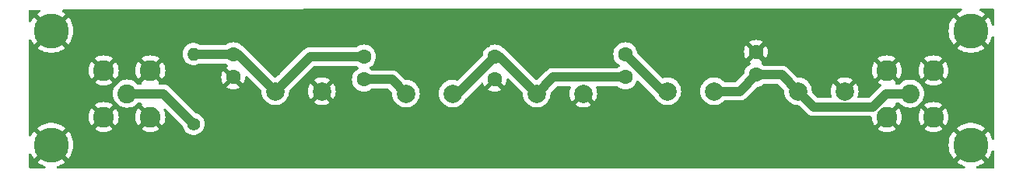
<source format=gbr>
%TF.GenerationSoftware,KiCad,Pcbnew,8.0.1*%
%TF.CreationDate,2024-06-11T21:07:25-04:00*%
%TF.ProjectId,filter,66696c74-6572-42e6-9b69-6361645f7063,rev?*%
%TF.SameCoordinates,Original*%
%TF.FileFunction,Copper,L1,Top*%
%TF.FilePolarity,Positive*%
%FSLAX46Y46*%
G04 Gerber Fmt 4.6, Leading zero omitted, Abs format (unit mm)*
G04 Created by KiCad (PCBNEW 8.0.1) date 2024-06-11 21:07:25*
%MOMM*%
%LPD*%
G01*
G04 APERTURE LIST*
%TA.AperFunction,ComponentPad*%
%ADD10C,3.800000*%
%TD*%
%TA.AperFunction,ComponentPad*%
%ADD11C,1.600000*%
%TD*%
%TA.AperFunction,ComponentPad*%
%ADD12C,1.400000*%
%TD*%
%TA.AperFunction,ComponentPad*%
%ADD13O,1.400000X1.400000*%
%TD*%
%TA.AperFunction,ComponentPad*%
%ADD14C,2.000000*%
%TD*%
%TA.AperFunction,ComponentPad*%
%ADD15C,2.050000*%
%TD*%
%TA.AperFunction,ComponentPad*%
%ADD16C,2.250000*%
%TD*%
%TA.AperFunction,ViaPad*%
%ADD17C,0.600000*%
%TD*%
%TA.AperFunction,Conductor*%
%ADD18C,1.000000*%
%TD*%
G04 APERTURE END LIST*
D10*
%TO.P,REF\u002A\u002A,1*%
%TO.N,GND*%
X187706000Y-104140000D03*
%TD*%
%TO.P,REF\u002A\u002A,1*%
%TO.N,GND*%
X187706000Y-91694000D03*
%TD*%
%TO.P,REF\u002A\u002A,*%
%TO.N,GND*%
X87630000Y-104140000D03*
%TD*%
%TO.P,REF\u002A\u002A,1*%
%TO.N,GND*%
X87630000Y-91694000D03*
%TD*%
D11*
%TO.P,C5,1*%
%TO.N,Net-(J2-In)*%
X164338000Y-96500000D03*
%TO.P,C5,2*%
%TO.N,GND*%
X164338000Y-94000000D03*
%TD*%
D12*
%TO.P,R1,1*%
%TO.N,Net-(J1-In)*%
X103124000Y-101854000D03*
D13*
%TO.P,R1,2*%
%TO.N,Net-(C2-Pad1)*%
X103124000Y-94234000D03*
%TD*%
D14*
%TO.P,L1,1,1*%
%TO.N,Net-(C2-Pad1)*%
X112014000Y-98298000D03*
%TO.P,L1,2,2*%
%TO.N,GND*%
X117094000Y-98298000D03*
%TD*%
%TO.P,L5,1,1*%
%TO.N,Net-(J2-In)*%
X168910000Y-98298000D03*
%TO.P,L5,2,2*%
%TO.N,GND*%
X173990000Y-98298000D03*
%TD*%
D15*
%TO.P,J2,1,In*%
%TO.N,Net-(J2-In)*%
X181102000Y-98552000D03*
D16*
%TO.P,J2,2,Ext*%
%TO.N,GND*%
X178562000Y-96012000D03*
X178562000Y-101092000D03*
X183642000Y-96012000D03*
X183642000Y-101092000D03*
%TD*%
D11*
%TO.P,C2,1*%
%TO.N,Net-(C2-Pad1)*%
X121666000Y-94508000D03*
%TO.P,C2,2*%
%TO.N,Net-(C3-Pad2)*%
X121666000Y-97008000D03*
%TD*%
%TO.P,C1,1*%
%TO.N,Net-(C2-Pad1)*%
X107442000Y-94254000D03*
%TO.P,C1,2*%
%TO.N,GND*%
X107442000Y-96754000D03*
%TD*%
%TO.P,C3,1*%
%TO.N,GND*%
X135890000Y-97008000D03*
%TO.P,C3,2*%
%TO.N,Net-(C1-Pad2)*%
X135890000Y-94508000D03*
%TD*%
D14*
%TO.P,L3,1,1*%
%TO.N,Net-(C5-Pad2)*%
X154686000Y-98298000D03*
%TO.P,L3,2,2*%
%TO.N,Net-(J2-In)*%
X159766000Y-98298000D03*
%TD*%
D15*
%TO.P,J1,1,In*%
%TO.N,Net-(J1-In)*%
X95885000Y-98552000D03*
D16*
%TO.P,J1,2,Ext*%
%TO.N,GND*%
X93345000Y-96012000D03*
X93345000Y-101092000D03*
X98425000Y-96012000D03*
X98425000Y-101092000D03*
%TD*%
D14*
%TO.P,L2,1,1*%
%TO.N,Net-(C3-Pad2)*%
X126238000Y-98552000D03*
%TO.P,L2,2,2*%
%TO.N,Net-(C1-Pad2)*%
X131318000Y-98552000D03*
%TD*%
%TO.P,L4,1,1*%
%TO.N,Net-(C1-Pad2)*%
X140462000Y-98552000D03*
%TO.P,L4,2,2*%
%TO.N,GND*%
X145542000Y-98552000D03*
%TD*%
D11*
%TO.P,C4,1*%
%TO.N,Net-(C1-Pad2)*%
X150114000Y-96754000D03*
%TO.P,C4,2*%
%TO.N,Net-(C5-Pad2)*%
X150114000Y-94254000D03*
%TD*%
D17*
%TO.N,GND*%
X170688000Y-97028000D03*
X153924000Y-100076000D03*
X101854000Y-103124000D03*
X146558000Y-95250000D03*
X131318000Y-96774000D03*
X104394000Y-92710000D03*
X171704000Y-98298000D03*
X162306000Y-96266000D03*
X120142000Y-92964000D03*
X155956000Y-96774000D03*
X132842000Y-95250000D03*
X170688000Y-101600000D03*
X149098000Y-92710000D03*
X133350000Y-99314000D03*
X137668000Y-93218000D03*
X163830000Y-99314000D03*
X142240000Y-98806000D03*
X152400000Y-98806000D03*
X148082000Y-93980000D03*
X118364000Y-96266000D03*
X166624000Y-94996000D03*
X181102000Y-96774000D03*
X141224000Y-95504000D03*
X135128000Y-93218000D03*
X104902000Y-102108000D03*
X136398000Y-92964000D03*
X114300000Y-93218000D03*
X169164000Y-100838000D03*
X177038000Y-97790000D03*
X150876000Y-92710000D03*
X110236000Y-98298000D03*
X115316000Y-92964000D03*
X161290000Y-96774000D03*
X102616000Y-99060000D03*
X143256000Y-95250000D03*
X149860000Y-98552000D03*
X134112000Y-98552000D03*
X114300000Y-98298000D03*
X183134000Y-98806000D03*
X176276000Y-98298000D03*
X139192000Y-94742000D03*
X104394000Y-95758000D03*
X116586000Y-92964000D03*
X103632000Y-100076000D03*
X155956000Y-100076000D03*
X153416000Y-95250000D03*
X137414000Y-97790000D03*
X133604000Y-94488000D03*
X173990000Y-101600000D03*
X154432000Y-96266000D03*
X101600000Y-102108000D03*
X162560000Y-100076000D03*
X169164000Y-96266000D03*
X105410000Y-95758000D03*
X104394000Y-103378000D03*
X123698000Y-98552000D03*
X117856000Y-92964000D03*
X117094000Y-96266000D03*
X145288000Y-95250000D03*
X100584000Y-97028000D03*
X172466000Y-101600000D03*
X138430000Y-93980000D03*
X109474000Y-93472000D03*
X118872000Y-92964000D03*
X132080000Y-96012000D03*
X124968000Y-95504000D03*
X109220000Y-97790000D03*
X115316000Y-97282000D03*
X142748000Y-98298000D03*
X167894000Y-99822000D03*
X165100000Y-98298000D03*
X119634000Y-96266000D03*
X110744000Y-94488000D03*
X138430000Y-98552000D03*
X112268000Y-96266000D03*
X181102000Y-100584000D03*
X116332000Y-96520000D03*
X158242000Y-97028000D03*
X159512000Y-96012000D03*
X151638000Y-98044000D03*
X112776000Y-95250000D03*
X140716000Y-96266000D03*
X159512000Y-100330000D03*
X113538000Y-93980000D03*
X144272000Y-95250000D03*
X111506000Y-95504000D03*
X152400000Y-94234000D03*
X123698000Y-95504000D03*
X104902000Y-101092000D03*
X147828000Y-98552000D03*
X166878000Y-98552000D03*
X148082000Y-95250000D03*
X161036000Y-100330000D03*
X175768000Y-101600000D03*
X139954000Y-95504000D03*
X143764000Y-98298000D03*
X105410000Y-92710000D03*
X148844000Y-98552000D03*
X158242000Y-99314000D03*
X134112000Y-93726000D03*
X142240000Y-95250000D03*
X101600000Y-98044000D03*
X125984000Y-96012000D03*
X167894000Y-94996000D03*
X156718000Y-98298000D03*
X100584000Y-101346000D03*
X103124000Y-103378000D03*
%TD*%
D18*
%TO.N,Net-(C1-Pad2)*%
X135890000Y-94508000D02*
X136418000Y-94508000D01*
X140462000Y-98552000D02*
X142260000Y-96754000D01*
X131318000Y-98552000D02*
X131846000Y-98552000D01*
X142260000Y-96754000D02*
X150114000Y-96754000D01*
X131846000Y-98552000D02*
X135890000Y-94508000D01*
X136418000Y-94508000D02*
X140462000Y-98552000D01*
%TO.N,Net-(C2-Pad1)*%
X112014000Y-98298000D02*
X115804000Y-94508000D01*
X107442000Y-94254000D02*
X103144000Y-94254000D01*
X103144000Y-94254000D02*
X103124000Y-94234000D01*
X107970000Y-94254000D02*
X112014000Y-98298000D01*
X115804000Y-94508000D02*
X121666000Y-94508000D01*
X107442000Y-94254000D02*
X107970000Y-94254000D01*
%TO.N,Net-(C3-Pad2)*%
X121666000Y-97008000D02*
X124694000Y-97008000D01*
X124694000Y-97008000D02*
X126238000Y-98552000D01*
%TO.N,Net-(J2-In)*%
X159766000Y-98298000D02*
X162540000Y-98298000D01*
X177075060Y-99998000D02*
X178521060Y-98552000D01*
X164338000Y-96500000D02*
X167112000Y-96500000D01*
X170610000Y-99998000D02*
X177075060Y-99998000D01*
X167112000Y-96500000D02*
X168910000Y-98298000D01*
X162540000Y-98298000D02*
X164338000Y-96500000D01*
X178521060Y-98552000D02*
X181102000Y-98552000D01*
X168910000Y-98298000D02*
X170610000Y-99998000D01*
%TO.N,Net-(C5-Pad2)*%
X154686000Y-98298000D02*
X154158000Y-98298000D01*
X154158000Y-98298000D02*
X150114000Y-94254000D01*
%TO.N,Net-(J1-In)*%
X95885000Y-98552000D02*
X99822000Y-98552000D01*
X99822000Y-98552000D02*
X103124000Y-101854000D01*
%TD*%
%TA.AperFunction,Conductor*%
%TO.N,GND*%
G36*
X86790967Y-104856602D02*
G01*
X86913398Y-104979033D01*
X87047262Y-105076290D01*
X86116564Y-106006987D01*
X86116565Y-106006989D01*
X86341461Y-106170385D01*
X86341479Y-106170397D01*
X86606109Y-106315878D01*
X86606117Y-106315882D01*
X86886888Y-106427046D01*
X86950564Y-106443396D01*
X87010602Y-106479134D01*
X87041787Y-106541658D01*
X87034219Y-106611116D01*
X86990300Y-106665457D01*
X86923975Y-106687427D01*
X86919726Y-106687500D01*
X85333500Y-106687500D01*
X85266461Y-106667815D01*
X85220706Y-106615011D01*
X85209500Y-106563500D01*
X85209500Y-105187642D01*
X85229185Y-105120603D01*
X85281989Y-105074848D01*
X85351147Y-105064904D01*
X85414703Y-105093929D01*
X85445699Y-105134845D01*
X85522709Y-105298500D01*
X85684516Y-105553469D01*
X85765311Y-105651133D01*
X86693708Y-104722736D01*
X86790967Y-104856602D01*
G37*
%TD.AperFunction*%
%TA.AperFunction,Conductor*%
G36*
X186716961Y-89293185D02*
G01*
X186762716Y-89345989D01*
X186772660Y-89415147D01*
X186743635Y-89478703D01*
X186695569Y-89512792D01*
X186682117Y-89518117D01*
X186682109Y-89518121D01*
X186417476Y-89663604D01*
X186417471Y-89663607D01*
X186192565Y-89827010D01*
X186192564Y-89827011D01*
X187123262Y-90757709D01*
X186989398Y-90854967D01*
X186866967Y-90977398D01*
X186769709Y-91111262D01*
X185841311Y-90182864D01*
X185760520Y-90280525D01*
X185760518Y-90280528D01*
X185598707Y-90535502D01*
X185598704Y-90535508D01*
X185470127Y-90808747D01*
X185470125Y-90808752D01*
X185376805Y-91095959D01*
X185320216Y-91392609D01*
X185320215Y-91392616D01*
X185301255Y-91693994D01*
X185301255Y-91694005D01*
X185320215Y-91995383D01*
X185320216Y-91995390D01*
X185376805Y-92292040D01*
X185470125Y-92579247D01*
X185470127Y-92579252D01*
X185598704Y-92852491D01*
X185598707Y-92852497D01*
X185760516Y-93107469D01*
X185841311Y-93205133D01*
X186769708Y-92276736D01*
X186866967Y-92410602D01*
X186989398Y-92533033D01*
X187123262Y-92630290D01*
X186192564Y-93560987D01*
X186192565Y-93560989D01*
X186417461Y-93724385D01*
X186417479Y-93724397D01*
X186682109Y-93869878D01*
X186682117Y-93869882D01*
X186962889Y-93981047D01*
X186962892Y-93981048D01*
X187255399Y-94056150D01*
X187554995Y-94093999D01*
X187555007Y-94094000D01*
X187856993Y-94094000D01*
X187857004Y-94093999D01*
X188156600Y-94056150D01*
X188449107Y-93981048D01*
X188449110Y-93981047D01*
X188729882Y-93869882D01*
X188729890Y-93869878D01*
X188994520Y-93724397D01*
X188994530Y-93724390D01*
X189219433Y-93560987D01*
X189219434Y-93560987D01*
X188288737Y-92630290D01*
X188422602Y-92533033D01*
X188545033Y-92410602D01*
X188642290Y-92276737D01*
X189570687Y-93205134D01*
X189651486Y-93107464D01*
X189813292Y-92852497D01*
X189813295Y-92852491D01*
X189941872Y-92579252D01*
X189941874Y-92579247D01*
X190011569Y-92364751D01*
X190051007Y-92307075D01*
X190115365Y-92279877D01*
X190184212Y-92291792D01*
X190235687Y-92339036D01*
X190253500Y-92403069D01*
X190253500Y-103430930D01*
X190233815Y-103497969D01*
X190181011Y-103543724D01*
X190111853Y-103553668D01*
X190048297Y-103524643D01*
X190011569Y-103469248D01*
X189941874Y-103254752D01*
X189941872Y-103254747D01*
X189813295Y-102981508D01*
X189813292Y-102981502D01*
X189651483Y-102726530D01*
X189570686Y-102628864D01*
X188642289Y-103557261D01*
X188545033Y-103423398D01*
X188422602Y-103300967D01*
X188288736Y-103203709D01*
X189219434Y-102273011D01*
X189219433Y-102273009D01*
X188994538Y-102109614D01*
X188994520Y-102109602D01*
X188729890Y-101964121D01*
X188729882Y-101964117D01*
X188449110Y-101852952D01*
X188449107Y-101852951D01*
X188156600Y-101777849D01*
X187857004Y-101740000D01*
X187554995Y-101740000D01*
X187255399Y-101777849D01*
X186962892Y-101852951D01*
X186962889Y-101852952D01*
X186682117Y-101964117D01*
X186682109Y-101964121D01*
X186417476Y-102109604D01*
X186417471Y-102109607D01*
X186192565Y-102273010D01*
X186192564Y-102273011D01*
X187123262Y-103203709D01*
X186989398Y-103300967D01*
X186866967Y-103423398D01*
X186769709Y-103557262D01*
X185841311Y-102628864D01*
X185760520Y-102726525D01*
X185760518Y-102726528D01*
X185598707Y-102981502D01*
X185598704Y-102981508D01*
X185470127Y-103254747D01*
X185470125Y-103254752D01*
X185376805Y-103541959D01*
X185320216Y-103838609D01*
X185320215Y-103838616D01*
X185301255Y-104139994D01*
X185301255Y-104140005D01*
X185320215Y-104441383D01*
X185320216Y-104441390D01*
X185376805Y-104738040D01*
X185470125Y-105025247D01*
X185470127Y-105025252D01*
X185598704Y-105298491D01*
X185598707Y-105298497D01*
X185760516Y-105553469D01*
X185841311Y-105651133D01*
X186769708Y-104722736D01*
X186866967Y-104856602D01*
X186989398Y-104979033D01*
X187123262Y-105076290D01*
X186192564Y-106006987D01*
X186192565Y-106006989D01*
X186417461Y-106170385D01*
X186417479Y-106170397D01*
X186682109Y-106315878D01*
X186682117Y-106315882D01*
X186962888Y-106427046D01*
X187026564Y-106443396D01*
X187086602Y-106479134D01*
X187117787Y-106541658D01*
X187110219Y-106611116D01*
X187066300Y-106665457D01*
X186999975Y-106687427D01*
X186995726Y-106687500D01*
X88340274Y-106687500D01*
X88273235Y-106667815D01*
X88227480Y-106615011D01*
X88217536Y-106545853D01*
X88246561Y-106482297D01*
X88305339Y-106444523D01*
X88309436Y-106443396D01*
X88373111Y-106427046D01*
X88653882Y-106315882D01*
X88653890Y-106315878D01*
X88918520Y-106170397D01*
X88918530Y-106170390D01*
X89143433Y-106006987D01*
X89143434Y-106006987D01*
X88212737Y-105076290D01*
X88346602Y-104979033D01*
X88469033Y-104856602D01*
X88566290Y-104722737D01*
X89494687Y-105651134D01*
X89575486Y-105553464D01*
X89737292Y-105298497D01*
X89737295Y-105298491D01*
X89865872Y-105025252D01*
X89865874Y-105025247D01*
X89959194Y-104738040D01*
X90015783Y-104441390D01*
X90015784Y-104441383D01*
X90034745Y-104140005D01*
X90034745Y-104139994D01*
X90015784Y-103838616D01*
X90015783Y-103838609D01*
X89959194Y-103541959D01*
X89865874Y-103254752D01*
X89865872Y-103254747D01*
X89737295Y-102981508D01*
X89737292Y-102981502D01*
X89575483Y-102726530D01*
X89494686Y-102628864D01*
X88566289Y-103557261D01*
X88469033Y-103423398D01*
X88346602Y-103300967D01*
X88212736Y-103203709D01*
X89143434Y-102273011D01*
X89143433Y-102273009D01*
X88918538Y-102109614D01*
X88918520Y-102109602D01*
X88653890Y-101964121D01*
X88653882Y-101964117D01*
X88373110Y-101852952D01*
X88373107Y-101852951D01*
X88080600Y-101777849D01*
X87781004Y-101740000D01*
X87478995Y-101740000D01*
X87179399Y-101777849D01*
X86886892Y-101852951D01*
X86886889Y-101852952D01*
X86606117Y-101964117D01*
X86606109Y-101964121D01*
X86341476Y-102109604D01*
X86341471Y-102109607D01*
X86116565Y-102273010D01*
X86116564Y-102273011D01*
X87047262Y-103203709D01*
X86913398Y-103300967D01*
X86790967Y-103423398D01*
X86693709Y-103557262D01*
X85765311Y-102628864D01*
X85684520Y-102726525D01*
X85684518Y-102726528D01*
X85522707Y-102981502D01*
X85522704Y-102981508D01*
X85445698Y-103145154D01*
X85399343Y-103197432D01*
X85332083Y-103216349D01*
X85265273Y-103195900D01*
X85220124Y-103142576D01*
X85209500Y-103092357D01*
X85209500Y-101092000D01*
X91714975Y-101092000D01*
X91735042Y-101346989D01*
X91794752Y-101595702D01*
X91892634Y-101832012D01*
X91892636Y-101832015D01*
X92026277Y-102050098D01*
X92026284Y-102050107D01*
X92029533Y-102053912D01*
X92590884Y-101492560D01*
X92591740Y-101494626D01*
X92684762Y-101633844D01*
X92803156Y-101752238D01*
X92942374Y-101845260D01*
X92944437Y-101846114D01*
X92383087Y-102407465D01*
X92386897Y-102410719D01*
X92604984Y-102544363D01*
X92604987Y-102544365D01*
X92841297Y-102642247D01*
X93090011Y-102701957D01*
X93090010Y-102701957D01*
X93345000Y-102722024D01*
X93599989Y-102701957D01*
X93848702Y-102642247D01*
X94085012Y-102544365D01*
X94085015Y-102544363D01*
X94303095Y-102410724D01*
X94303110Y-102410713D01*
X94306911Y-102407466D01*
X94306911Y-102407464D01*
X93745562Y-101846114D01*
X93747626Y-101845260D01*
X93886844Y-101752238D01*
X94005238Y-101633844D01*
X94098260Y-101494626D01*
X94099114Y-101492561D01*
X94660464Y-102053911D01*
X94660466Y-102053911D01*
X94663713Y-102050110D01*
X94663724Y-102050095D01*
X94797363Y-101832015D01*
X94797365Y-101832012D01*
X94895247Y-101595702D01*
X94954957Y-101346989D01*
X94975024Y-101092000D01*
X94954957Y-100837010D01*
X94895247Y-100588297D01*
X94797365Y-100351987D01*
X94797363Y-100351984D01*
X94663719Y-100133897D01*
X94660465Y-100130087D01*
X94099114Y-100691437D01*
X94098260Y-100689374D01*
X94005238Y-100550156D01*
X93886844Y-100431762D01*
X93747626Y-100338740D01*
X93745561Y-100337884D01*
X94306912Y-99776533D01*
X94303107Y-99773284D01*
X94303098Y-99773277D01*
X94085015Y-99639636D01*
X94085012Y-99639634D01*
X93848702Y-99541752D01*
X93599988Y-99482042D01*
X93599989Y-99482042D01*
X93345000Y-99461975D01*
X93090010Y-99482042D01*
X92841297Y-99541752D01*
X92604987Y-99639634D01*
X92604984Y-99639636D01*
X92386893Y-99773282D01*
X92383086Y-99776532D01*
X92944438Y-100337884D01*
X92942374Y-100338740D01*
X92803156Y-100431762D01*
X92684762Y-100550156D01*
X92591740Y-100689374D01*
X92590884Y-100691438D01*
X92029532Y-100130086D01*
X92026282Y-100133893D01*
X91892636Y-100351984D01*
X91892634Y-100351987D01*
X91794752Y-100588297D01*
X91735042Y-100837010D01*
X91714975Y-101092000D01*
X85209500Y-101092000D01*
X85209500Y-98552000D01*
X94354783Y-98552000D01*
X94373623Y-98791382D01*
X94429674Y-99024853D01*
X94429678Y-99024865D01*
X94521565Y-99246702D01*
X94647026Y-99451436D01*
X94647028Y-99451439D01*
X94802973Y-99634027D01*
X94985561Y-99789972D01*
X95021599Y-99812056D01*
X95190297Y-99915434D01*
X95227467Y-99930830D01*
X95412137Y-100007323D01*
X95645621Y-100063377D01*
X95885000Y-100082217D01*
X96124379Y-100063377D01*
X96357863Y-100007323D01*
X96579704Y-99915433D01*
X96784439Y-99789972D01*
X96967027Y-99634027D01*
X96999533Y-99595967D01*
X97058039Y-99557775D01*
X97093822Y-99552500D01*
X97389282Y-99552500D01*
X97456321Y-99572185D01*
X97502076Y-99624989D01*
X97512020Y-99694147D01*
X97482995Y-99757703D01*
X97469794Y-99770807D01*
X97463086Y-99776532D01*
X98024438Y-100337884D01*
X98022374Y-100338740D01*
X97883156Y-100431762D01*
X97764762Y-100550156D01*
X97671740Y-100689374D01*
X97670884Y-100691438D01*
X97109532Y-100130086D01*
X97106282Y-100133893D01*
X96972636Y-100351984D01*
X96972634Y-100351987D01*
X96874752Y-100588297D01*
X96815042Y-100837010D01*
X96794975Y-101092000D01*
X96815042Y-101346989D01*
X96874752Y-101595702D01*
X96972634Y-101832012D01*
X96972636Y-101832015D01*
X97106277Y-102050098D01*
X97106284Y-102050107D01*
X97109533Y-102053912D01*
X97670884Y-101492560D01*
X97671740Y-101494626D01*
X97764762Y-101633844D01*
X97883156Y-101752238D01*
X98022374Y-101845260D01*
X98024437Y-101846114D01*
X97463087Y-102407465D01*
X97466897Y-102410719D01*
X97684984Y-102544363D01*
X97684987Y-102544365D01*
X97921297Y-102642247D01*
X98170011Y-102701957D01*
X98170010Y-102701957D01*
X98425000Y-102722024D01*
X98679989Y-102701957D01*
X98928702Y-102642247D01*
X99165012Y-102544365D01*
X99165015Y-102544363D01*
X99383095Y-102410724D01*
X99383110Y-102410713D01*
X99386911Y-102407466D01*
X99386911Y-102407464D01*
X98825562Y-101846114D01*
X98827626Y-101845260D01*
X98966844Y-101752238D01*
X99085238Y-101633844D01*
X99178260Y-101494626D01*
X99179114Y-101492561D01*
X99740464Y-102053911D01*
X99740466Y-102053911D01*
X99743713Y-102050110D01*
X99743724Y-102050095D01*
X99877363Y-101832015D01*
X99877365Y-101832012D01*
X99975247Y-101595702D01*
X100034957Y-101346989D01*
X100055024Y-101092000D01*
X100034957Y-100837010D01*
X99975247Y-100588299D01*
X99882790Y-100365086D01*
X99875321Y-100295616D01*
X99906596Y-100233137D01*
X99966685Y-100197485D01*
X100036510Y-100199979D01*
X100085032Y-100229952D01*
X101919401Y-102064321D01*
X101950986Y-102118067D01*
X101999770Y-102289525D01*
X101999775Y-102289538D01*
X102098938Y-102488683D01*
X102098943Y-102488691D01*
X102233020Y-102666238D01*
X102397437Y-102816123D01*
X102397439Y-102816125D01*
X102586595Y-102933245D01*
X102586596Y-102933245D01*
X102586599Y-102933247D01*
X102794060Y-103013618D01*
X103012757Y-103054500D01*
X103012759Y-103054500D01*
X103235241Y-103054500D01*
X103235243Y-103054500D01*
X103453940Y-103013618D01*
X103661401Y-102933247D01*
X103850562Y-102816124D01*
X104014981Y-102666236D01*
X104149058Y-102488689D01*
X104248229Y-102289528D01*
X104309115Y-102075536D01*
X104329643Y-101854000D01*
X104309115Y-101632464D01*
X104248229Y-101418472D01*
X104248224Y-101418461D01*
X104149061Y-101219316D01*
X104149056Y-101219308D01*
X104014979Y-101041761D01*
X103850562Y-100891876D01*
X103850560Y-100891874D01*
X103661404Y-100774754D01*
X103661398Y-100774751D01*
X103519536Y-100719794D01*
X103453940Y-100694382D01*
X103453936Y-100694381D01*
X103453931Y-100694380D01*
X103399883Y-100684276D01*
X103337603Y-100652608D01*
X103334989Y-100650069D01*
X100603479Y-97918559D01*
X100603459Y-97918537D01*
X100459785Y-97774863D01*
X100459781Y-97774860D01*
X100295920Y-97665371D01*
X100295911Y-97665366D01*
X100211900Y-97630568D01*
X100167165Y-97612038D01*
X100113836Y-97589949D01*
X100113832Y-97589948D01*
X100113828Y-97589946D01*
X100017188Y-97570724D01*
X99920544Y-97551500D01*
X99920541Y-97551500D01*
X99460720Y-97551500D01*
X99393681Y-97531815D01*
X99347926Y-97479011D01*
X99337982Y-97409853D01*
X99367007Y-97346297D01*
X99380180Y-97333217D01*
X99386911Y-97327466D01*
X99386911Y-97327464D01*
X98825562Y-96766114D01*
X98827626Y-96765260D01*
X98966844Y-96672238D01*
X99085238Y-96553844D01*
X99178260Y-96414626D01*
X99179114Y-96412561D01*
X99740464Y-96973911D01*
X99740466Y-96973911D01*
X99743713Y-96970110D01*
X99743724Y-96970095D01*
X99877363Y-96752015D01*
X99877365Y-96752012D01*
X99975247Y-96515702D01*
X100034957Y-96266989D01*
X100055024Y-96012000D01*
X100034957Y-95757010D01*
X99975247Y-95508297D01*
X99877365Y-95271987D01*
X99877363Y-95271984D01*
X99743719Y-95053897D01*
X99740465Y-95050087D01*
X99179114Y-95611437D01*
X99178260Y-95609374D01*
X99085238Y-95470156D01*
X98966844Y-95351762D01*
X98827626Y-95258740D01*
X98825561Y-95257884D01*
X99386912Y-94696533D01*
X99383107Y-94693284D01*
X99383098Y-94693277D01*
X99165015Y-94559636D01*
X99165012Y-94559634D01*
X98928702Y-94461752D01*
X98679988Y-94402042D01*
X98679989Y-94402042D01*
X98425000Y-94381975D01*
X98170010Y-94402042D01*
X97921297Y-94461752D01*
X97684987Y-94559634D01*
X97684984Y-94559636D01*
X97466893Y-94693282D01*
X97463086Y-94696532D01*
X98024438Y-95257884D01*
X98022374Y-95258740D01*
X97883156Y-95351762D01*
X97764762Y-95470156D01*
X97671740Y-95609374D01*
X97670884Y-95611438D01*
X97109532Y-95050086D01*
X97106282Y-95053893D01*
X96972636Y-95271984D01*
X96972634Y-95271987D01*
X96874752Y-95508297D01*
X96815042Y-95757010D01*
X96794975Y-96012000D01*
X96815042Y-96266989D01*
X96874752Y-96515702D01*
X96972634Y-96752012D01*
X96972636Y-96752015D01*
X97106277Y-96970098D01*
X97106284Y-96970107D01*
X97109533Y-96973912D01*
X97670884Y-96412560D01*
X97671740Y-96414626D01*
X97764762Y-96553844D01*
X97883156Y-96672238D01*
X98022374Y-96765260D01*
X98024437Y-96766114D01*
X97463087Y-97327465D01*
X97463086Y-97327465D01*
X97469808Y-97333205D01*
X97508005Y-97391710D01*
X97508507Y-97461578D01*
X97471157Y-97520626D01*
X97407812Y-97550108D01*
X97389282Y-97551500D01*
X97093822Y-97551500D01*
X97026783Y-97531815D01*
X96999534Y-97508034D01*
X96967027Y-97469973D01*
X96784439Y-97314028D01*
X96747716Y-97291524D01*
X96579702Y-97188565D01*
X96357865Y-97096678D01*
X96357867Y-97096678D01*
X96357863Y-97096677D01*
X96357859Y-97096676D01*
X96357853Y-97096674D01*
X96124382Y-97040623D01*
X95885000Y-97021783D01*
X95645617Y-97040623D01*
X95412146Y-97096674D01*
X95412134Y-97096678D01*
X95190297Y-97188565D01*
X94985563Y-97314026D01*
X94802973Y-97469973D01*
X94647026Y-97652563D01*
X94521565Y-97857297D01*
X94429678Y-98079134D01*
X94429674Y-98079146D01*
X94373623Y-98312617D01*
X94354783Y-98552000D01*
X85209500Y-98552000D01*
X85209500Y-96012000D01*
X91714975Y-96012000D01*
X91735042Y-96266989D01*
X91794752Y-96515702D01*
X91892634Y-96752012D01*
X91892636Y-96752015D01*
X92026277Y-96970098D01*
X92026284Y-96970107D01*
X92029533Y-96973912D01*
X92590884Y-96412560D01*
X92591740Y-96414626D01*
X92684762Y-96553844D01*
X92803156Y-96672238D01*
X92942374Y-96765260D01*
X92944437Y-96766114D01*
X92383087Y-97327465D01*
X92386897Y-97330719D01*
X92604984Y-97464363D01*
X92604987Y-97464365D01*
X92841297Y-97562247D01*
X93090011Y-97621957D01*
X93090010Y-97621957D01*
X93345000Y-97642024D01*
X93599989Y-97621957D01*
X93848702Y-97562247D01*
X94085012Y-97464365D01*
X94085015Y-97464363D01*
X94303095Y-97330724D01*
X94303110Y-97330713D01*
X94306911Y-97327466D01*
X94306911Y-97327464D01*
X93745562Y-96766114D01*
X93747626Y-96765260D01*
X93886844Y-96672238D01*
X94005238Y-96553844D01*
X94098260Y-96414626D01*
X94099114Y-96412561D01*
X94660464Y-96973911D01*
X94660466Y-96973911D01*
X94663713Y-96970110D01*
X94663724Y-96970095D01*
X94797363Y-96752015D01*
X94797365Y-96752012D01*
X94895247Y-96515702D01*
X94954957Y-96266989D01*
X94975024Y-96012000D01*
X94954957Y-95757010D01*
X94895247Y-95508297D01*
X94797365Y-95271987D01*
X94797363Y-95271984D01*
X94663719Y-95053897D01*
X94660465Y-95050087D01*
X94099114Y-95611437D01*
X94098260Y-95609374D01*
X94005238Y-95470156D01*
X93886844Y-95351762D01*
X93747626Y-95258740D01*
X93745561Y-95257884D01*
X94306912Y-94696533D01*
X94303107Y-94693284D01*
X94303098Y-94693277D01*
X94085015Y-94559636D01*
X94085012Y-94559634D01*
X93848702Y-94461752D01*
X93599988Y-94402042D01*
X93599989Y-94402042D01*
X93345000Y-94381975D01*
X93090010Y-94402042D01*
X92841297Y-94461752D01*
X92604987Y-94559634D01*
X92604984Y-94559636D01*
X92386893Y-94693282D01*
X92383086Y-94696532D01*
X92944438Y-95257884D01*
X92942374Y-95258740D01*
X92803156Y-95351762D01*
X92684762Y-95470156D01*
X92591740Y-95609374D01*
X92590884Y-95611438D01*
X92029532Y-95050086D01*
X92026282Y-95053893D01*
X91892636Y-95271984D01*
X91892634Y-95271987D01*
X91794752Y-95508297D01*
X91735042Y-95757010D01*
X91714975Y-96012000D01*
X85209500Y-96012000D01*
X85209500Y-94234000D01*
X101918357Y-94234000D01*
X101938884Y-94455535D01*
X101938885Y-94455537D01*
X101999769Y-94669523D01*
X101999775Y-94669538D01*
X102098938Y-94868683D01*
X102098943Y-94868691D01*
X102233020Y-95046238D01*
X102397437Y-95196123D01*
X102397439Y-95196125D01*
X102586595Y-95313245D01*
X102586596Y-95313245D01*
X102586599Y-95313247D01*
X102794060Y-95393618D01*
X103012757Y-95434500D01*
X103012759Y-95434500D01*
X103235241Y-95434500D01*
X103235243Y-95434500D01*
X103453940Y-95393618D01*
X103661401Y-95313247D01*
X103681005Y-95301108D01*
X103726285Y-95273073D01*
X103791562Y-95254500D01*
X106564412Y-95254500D01*
X106631451Y-95274185D01*
X106635523Y-95276917D01*
X106789266Y-95384568D01*
X106804975Y-95391893D01*
X106857414Y-95438064D01*
X106876567Y-95505257D01*
X106856352Y-95572138D01*
X106804979Y-95616656D01*
X106789514Y-95623867D01*
X106789512Y-95623868D01*
X106716526Y-95674973D01*
X106716526Y-95674974D01*
X107395553Y-96354000D01*
X107389339Y-96354000D01*
X107287606Y-96381259D01*
X107196394Y-96433920D01*
X107121920Y-96508394D01*
X107069259Y-96599606D01*
X107042000Y-96701339D01*
X107042000Y-96707552D01*
X106362974Y-96028526D01*
X106362973Y-96028526D01*
X106311868Y-96101512D01*
X106311866Y-96101516D01*
X106215734Y-96307673D01*
X106215730Y-96307682D01*
X106156860Y-96527389D01*
X106156858Y-96527400D01*
X106137034Y-96753997D01*
X106137034Y-96754002D01*
X106156858Y-96980599D01*
X106156860Y-96980610D01*
X106215730Y-97200317D01*
X106215735Y-97200331D01*
X106311863Y-97406478D01*
X106362974Y-97479472D01*
X107042000Y-96800446D01*
X107042000Y-96806661D01*
X107069259Y-96908394D01*
X107121920Y-96999606D01*
X107196394Y-97074080D01*
X107287606Y-97126741D01*
X107389339Y-97154000D01*
X107395553Y-97154000D01*
X106716526Y-97833025D01*
X106789513Y-97884132D01*
X106789521Y-97884136D01*
X106995668Y-97980264D01*
X106995682Y-97980269D01*
X107215389Y-98039139D01*
X107215400Y-98039141D01*
X107441998Y-98058966D01*
X107442002Y-98058966D01*
X107668599Y-98039141D01*
X107668610Y-98039139D01*
X107888317Y-97980269D01*
X107888331Y-97980264D01*
X108094478Y-97884136D01*
X108167471Y-97833024D01*
X107488447Y-97154000D01*
X107494661Y-97154000D01*
X107596394Y-97126741D01*
X107687606Y-97074080D01*
X107762080Y-96999606D01*
X107814741Y-96908394D01*
X107842000Y-96806661D01*
X107842000Y-96800447D01*
X108521024Y-97479471D01*
X108572136Y-97406478D01*
X108668264Y-97200331D01*
X108668269Y-97200317D01*
X108727139Y-96980610D01*
X108727141Y-96980599D01*
X108746966Y-96754002D01*
X108746966Y-96748586D01*
X108748560Y-96748586D01*
X108760870Y-96687261D01*
X108809473Y-96637066D01*
X108877498Y-96621117D01*
X108943347Y-96644476D01*
X108958326Y-96657246D01*
X110474657Y-98173577D01*
X110508142Y-98234900D01*
X110510553Y-98271495D01*
X110508358Y-98297995D01*
X110508357Y-98298002D01*
X110508357Y-98298005D01*
X110528890Y-98545812D01*
X110528892Y-98545824D01*
X110589936Y-98786881D01*
X110689826Y-99014606D01*
X110825833Y-99222782D01*
X110825836Y-99222785D01*
X110994256Y-99405738D01*
X111190491Y-99558474D01*
X111190493Y-99558475D01*
X111408332Y-99676364D01*
X111409190Y-99676828D01*
X111628141Y-99751994D01*
X111642964Y-99757083D01*
X111644386Y-99757571D01*
X111889665Y-99798500D01*
X112138335Y-99798500D01*
X112383614Y-99757571D01*
X112618810Y-99676828D01*
X112837509Y-99558474D01*
X113033744Y-99405738D01*
X113202164Y-99222785D01*
X113338173Y-99014607D01*
X113438063Y-98786881D01*
X113499108Y-98545821D01*
X113500792Y-98525498D01*
X113519643Y-98298005D01*
X115588859Y-98298005D01*
X115609385Y-98545729D01*
X115609387Y-98545738D01*
X115670412Y-98786717D01*
X115770266Y-99014364D01*
X115870564Y-99167882D01*
X116611037Y-98427409D01*
X116628075Y-98490993D01*
X116693901Y-98605007D01*
X116786993Y-98698099D01*
X116901007Y-98763925D01*
X116964590Y-98780962D01*
X116223942Y-99521609D01*
X116270768Y-99558055D01*
X116270770Y-99558056D01*
X116489385Y-99676364D01*
X116489396Y-99676369D01*
X116724506Y-99757083D01*
X116969707Y-99798000D01*
X117218293Y-99798000D01*
X117463493Y-99757083D01*
X117698603Y-99676369D01*
X117698614Y-99676364D01*
X117917228Y-99558057D01*
X117917231Y-99558055D01*
X117964056Y-99521609D01*
X117223409Y-98780962D01*
X117286993Y-98763925D01*
X117401007Y-98698099D01*
X117494099Y-98605007D01*
X117559925Y-98490993D01*
X117576962Y-98427410D01*
X118317434Y-99167882D01*
X118417731Y-99014369D01*
X118517587Y-98786717D01*
X118578612Y-98545738D01*
X118578614Y-98545729D01*
X118599141Y-98298005D01*
X118599141Y-98297994D01*
X118578614Y-98050270D01*
X118578612Y-98050261D01*
X118517587Y-97809282D01*
X118417731Y-97581630D01*
X118317434Y-97428116D01*
X117576962Y-98168589D01*
X117559925Y-98105007D01*
X117494099Y-97990993D01*
X117401007Y-97897901D01*
X117286993Y-97832075D01*
X117223410Y-97815037D01*
X117964057Y-97074390D01*
X117964056Y-97074389D01*
X117917229Y-97037943D01*
X117698614Y-96919635D01*
X117698603Y-96919630D01*
X117463493Y-96838916D01*
X117218293Y-96798000D01*
X116969707Y-96798000D01*
X116724506Y-96838916D01*
X116489396Y-96919630D01*
X116489390Y-96919632D01*
X116270761Y-97037949D01*
X116223942Y-97074388D01*
X116223942Y-97074390D01*
X116964590Y-97815037D01*
X116901007Y-97832075D01*
X116786993Y-97897901D01*
X116693901Y-97990993D01*
X116628075Y-98105007D01*
X116611037Y-98168589D01*
X115870564Y-97428116D01*
X115770267Y-97581632D01*
X115670412Y-97809282D01*
X115609387Y-98050261D01*
X115609385Y-98050270D01*
X115588859Y-98297994D01*
X115588859Y-98298005D01*
X113519643Y-98298005D01*
X113519643Y-98298004D01*
X113519643Y-98297995D01*
X113517447Y-98271498D01*
X113531527Y-98203062D01*
X113553339Y-98173579D01*
X116182102Y-95544819D01*
X116243425Y-95511334D01*
X116269783Y-95508500D01*
X120788412Y-95508500D01*
X120855451Y-95528185D01*
X120859523Y-95530917D01*
X121013266Y-95638568D01*
X121028387Y-95645619D01*
X121080825Y-95691791D01*
X121099976Y-95758985D01*
X121079760Y-95825866D01*
X121028387Y-95870380D01*
X121013266Y-95877432D01*
X121013264Y-95877433D01*
X120826858Y-96007954D01*
X120665954Y-96168858D01*
X120535432Y-96355265D01*
X120535431Y-96355267D01*
X120439261Y-96561502D01*
X120439258Y-96561511D01*
X120380366Y-96781302D01*
X120380364Y-96781313D01*
X120360532Y-97007998D01*
X120360532Y-97008001D01*
X120380364Y-97234686D01*
X120380366Y-97234697D01*
X120439258Y-97454488D01*
X120439261Y-97454497D01*
X120535431Y-97660732D01*
X120535432Y-97660734D01*
X120665954Y-97847141D01*
X120826858Y-98008045D01*
X120826861Y-98008047D01*
X121013266Y-98138568D01*
X121219504Y-98234739D01*
X121219509Y-98234740D01*
X121219511Y-98234741D01*
X121257773Y-98244993D01*
X121439308Y-98293635D01*
X121601230Y-98307801D01*
X121665998Y-98313468D01*
X121666000Y-98313468D01*
X121666002Y-98313468D01*
X121722673Y-98308509D01*
X121892692Y-98293635D01*
X122112496Y-98234739D01*
X122318734Y-98138568D01*
X122472465Y-98030924D01*
X122538671Y-98008598D01*
X122543588Y-98008500D01*
X124228218Y-98008500D01*
X124295257Y-98028185D01*
X124315899Y-98044819D01*
X124698657Y-98427577D01*
X124732142Y-98488900D01*
X124734553Y-98525495D01*
X124732358Y-98551995D01*
X124732357Y-98552002D01*
X124732357Y-98552005D01*
X124752890Y-98799812D01*
X124752892Y-98799824D01*
X124813936Y-99040881D01*
X124913826Y-99268606D01*
X125049833Y-99476782D01*
X125049836Y-99476785D01*
X125218256Y-99659738D01*
X125414491Y-99812474D01*
X125414493Y-99812475D01*
X125632332Y-99930364D01*
X125633190Y-99930828D01*
X125852141Y-100005994D01*
X125866964Y-100011083D01*
X125868386Y-100011571D01*
X126113665Y-100052500D01*
X126362335Y-100052500D01*
X126607614Y-100011571D01*
X126842810Y-99930828D01*
X127061509Y-99812474D01*
X127257744Y-99659738D01*
X127426164Y-99476785D01*
X127562173Y-99268607D01*
X127662063Y-99040881D01*
X127723108Y-98799821D01*
X127723259Y-98798000D01*
X127743643Y-98552005D01*
X129812357Y-98552005D01*
X129832890Y-98799812D01*
X129832892Y-98799824D01*
X129893936Y-99040881D01*
X129993826Y-99268606D01*
X130129833Y-99476782D01*
X130129836Y-99476785D01*
X130298256Y-99659738D01*
X130494491Y-99812474D01*
X130494493Y-99812475D01*
X130712332Y-99930364D01*
X130713190Y-99930828D01*
X130932141Y-100005994D01*
X130946964Y-100011083D01*
X130948386Y-100011571D01*
X131193665Y-100052500D01*
X131442335Y-100052500D01*
X131687614Y-100011571D01*
X131922810Y-99930828D01*
X132141509Y-99812474D01*
X132337744Y-99659738D01*
X132506164Y-99476785D01*
X132642173Y-99268607D01*
X132642278Y-99268369D01*
X132679009Y-99184628D01*
X132709266Y-99115648D01*
X132735137Y-99077781D01*
X134447383Y-97365536D01*
X134508703Y-97332053D01*
X134578395Y-97337037D01*
X134634328Y-97378909D01*
X134654835Y-97421123D01*
X134663729Y-97454313D01*
X134663735Y-97454331D01*
X134759863Y-97660478D01*
X134810974Y-97733472D01*
X135490000Y-97054446D01*
X135490000Y-97060661D01*
X135517259Y-97162394D01*
X135569920Y-97253606D01*
X135644394Y-97328080D01*
X135735606Y-97380741D01*
X135837339Y-97408000D01*
X135843553Y-97408000D01*
X135164526Y-98087025D01*
X135237513Y-98138132D01*
X135237521Y-98138136D01*
X135443668Y-98234264D01*
X135443682Y-98234269D01*
X135663389Y-98293139D01*
X135663400Y-98293141D01*
X135889998Y-98312966D01*
X135890002Y-98312966D01*
X136116599Y-98293141D01*
X136116610Y-98293139D01*
X136336317Y-98234269D01*
X136336331Y-98234264D01*
X136542478Y-98138136D01*
X136615471Y-98087024D01*
X135936447Y-97408000D01*
X135942661Y-97408000D01*
X136044394Y-97380741D01*
X136135606Y-97328080D01*
X136210080Y-97253606D01*
X136262741Y-97162394D01*
X136290000Y-97060661D01*
X136290000Y-97054447D01*
X136969024Y-97733471D01*
X137020136Y-97660478D01*
X137116264Y-97454331D01*
X137116269Y-97454317D01*
X137175139Y-97234610D01*
X137175141Y-97234599D01*
X137194966Y-97008002D01*
X137194966Y-97002586D01*
X137196560Y-97002586D01*
X137208870Y-96941261D01*
X137257473Y-96891066D01*
X137325498Y-96875117D01*
X137391347Y-96898476D01*
X137406326Y-96911246D01*
X138922657Y-98427577D01*
X138956142Y-98488900D01*
X138958553Y-98525495D01*
X138956358Y-98551995D01*
X138956357Y-98552002D01*
X138956357Y-98552005D01*
X138976890Y-98799812D01*
X138976892Y-98799824D01*
X139037936Y-99040881D01*
X139137826Y-99268606D01*
X139273833Y-99476782D01*
X139273836Y-99476785D01*
X139442256Y-99659738D01*
X139638491Y-99812474D01*
X139638493Y-99812475D01*
X139856332Y-99930364D01*
X139857190Y-99930828D01*
X140076141Y-100005994D01*
X140090964Y-100011083D01*
X140092386Y-100011571D01*
X140337665Y-100052500D01*
X140586335Y-100052500D01*
X140831614Y-100011571D01*
X141066810Y-99930828D01*
X141285509Y-99812474D01*
X141481744Y-99659738D01*
X141650164Y-99476785D01*
X141786173Y-99268607D01*
X141886063Y-99040881D01*
X141947108Y-98799821D01*
X141947259Y-98798000D01*
X141967643Y-98552004D01*
X141967643Y-98551995D01*
X141965447Y-98525498D01*
X141979527Y-98457062D01*
X142001338Y-98427580D01*
X142638101Y-97790819D01*
X142699424Y-97757334D01*
X142725782Y-97754500D01*
X144064060Y-97754500D01*
X144131099Y-97774185D01*
X144176854Y-97826989D01*
X144186798Y-97896147D01*
X144177616Y-97928310D01*
X144118411Y-98063282D01*
X144057387Y-98304261D01*
X144057385Y-98304270D01*
X144036859Y-98551994D01*
X144036859Y-98552005D01*
X144057385Y-98799729D01*
X144057387Y-98799738D01*
X144118412Y-99040717D01*
X144218266Y-99268364D01*
X144318564Y-99421882D01*
X145059037Y-98681408D01*
X145076075Y-98744993D01*
X145141901Y-98859007D01*
X145234993Y-98952099D01*
X145349007Y-99017925D01*
X145412590Y-99034962D01*
X144671942Y-99775609D01*
X144718768Y-99812055D01*
X144718770Y-99812056D01*
X144937385Y-99930364D01*
X144937396Y-99930369D01*
X145172506Y-100011083D01*
X145417707Y-100052000D01*
X145666293Y-100052000D01*
X145911493Y-100011083D01*
X146146603Y-99930369D01*
X146146614Y-99930364D01*
X146365228Y-99812057D01*
X146365231Y-99812055D01*
X146412056Y-99775609D01*
X145671409Y-99034962D01*
X145734993Y-99017925D01*
X145849007Y-98952099D01*
X145942099Y-98859007D01*
X146007925Y-98744993D01*
X146024962Y-98681410D01*
X146765434Y-99421882D01*
X146865731Y-99268369D01*
X146965587Y-99040717D01*
X147026612Y-98799738D01*
X147026614Y-98799729D01*
X147047141Y-98552005D01*
X147047141Y-98551994D01*
X147026614Y-98304270D01*
X147026612Y-98304261D01*
X146965588Y-98063282D01*
X146906384Y-97928310D01*
X146897481Y-97859010D01*
X146927458Y-97795898D01*
X146986798Y-97759011D01*
X147019940Y-97754500D01*
X149236412Y-97754500D01*
X149303451Y-97774185D01*
X149307523Y-97776917D01*
X149461266Y-97884568D01*
X149667504Y-97980739D01*
X149887308Y-98039635D01*
X150049230Y-98053801D01*
X150113998Y-98059468D01*
X150114000Y-98059468D01*
X150114002Y-98059468D01*
X150170673Y-98054509D01*
X150340692Y-98039635D01*
X150560496Y-97980739D01*
X150766734Y-97884568D01*
X150953139Y-97754047D01*
X151114047Y-97593139D01*
X151244568Y-97406734D01*
X151340739Y-97200496D01*
X151349570Y-97167535D01*
X151385932Y-97107877D01*
X151448778Y-97077345D01*
X151518154Y-97085638D01*
X151557026Y-97111947D01*
X153268857Y-98823778D01*
X153294732Y-98861648D01*
X153361827Y-99014608D01*
X153497833Y-99222782D01*
X153497836Y-99222785D01*
X153666256Y-99405738D01*
X153862491Y-99558474D01*
X153862493Y-99558475D01*
X154080332Y-99676364D01*
X154081190Y-99676828D01*
X154300141Y-99751994D01*
X154314964Y-99757083D01*
X154316386Y-99757571D01*
X154561665Y-99798500D01*
X154810335Y-99798500D01*
X155055614Y-99757571D01*
X155290810Y-99676828D01*
X155509509Y-99558474D01*
X155705744Y-99405738D01*
X155874164Y-99222785D01*
X156010173Y-99014607D01*
X156110063Y-98786881D01*
X156171108Y-98545821D01*
X156172792Y-98525498D01*
X156191643Y-98298005D01*
X158260357Y-98298005D01*
X158280890Y-98545812D01*
X158280892Y-98545824D01*
X158341936Y-98786881D01*
X158441826Y-99014606D01*
X158577833Y-99222782D01*
X158577836Y-99222785D01*
X158746256Y-99405738D01*
X158942491Y-99558474D01*
X158942493Y-99558475D01*
X159160332Y-99676364D01*
X159161190Y-99676828D01*
X159380141Y-99751994D01*
X159394964Y-99757083D01*
X159396386Y-99757571D01*
X159641665Y-99798500D01*
X159890335Y-99798500D01*
X160135614Y-99757571D01*
X160370810Y-99676828D01*
X160589509Y-99558474D01*
X160785744Y-99405738D01*
X160810194Y-99379177D01*
X160847626Y-99338517D01*
X160907513Y-99302526D01*
X160938855Y-99298500D01*
X162638543Y-99298500D01*
X162738728Y-99278571D01*
X162788822Y-99268607D01*
X162831836Y-99260051D01*
X162885165Y-99237961D01*
X163013914Y-99184632D01*
X163177782Y-99075139D01*
X163317139Y-98935782D01*
X163317140Y-98935779D01*
X163324206Y-98928714D01*
X163324209Y-98928710D01*
X164426033Y-97826885D01*
X164487354Y-97793402D01*
X164502898Y-97791041D01*
X164564692Y-97785635D01*
X164784496Y-97726739D01*
X164990734Y-97630568D01*
X165144465Y-97522924D01*
X165210671Y-97500598D01*
X165215588Y-97500500D01*
X166646218Y-97500500D01*
X166713257Y-97520185D01*
X166733899Y-97536819D01*
X167370657Y-98173577D01*
X167404142Y-98234900D01*
X167406553Y-98271495D01*
X167404358Y-98297995D01*
X167404357Y-98298002D01*
X167404357Y-98298005D01*
X167424890Y-98545812D01*
X167424892Y-98545824D01*
X167485936Y-98786881D01*
X167585826Y-99014606D01*
X167721833Y-99222782D01*
X167721836Y-99222785D01*
X167890256Y-99405738D01*
X168086491Y-99558474D01*
X168086493Y-99558475D01*
X168304332Y-99676364D01*
X168305190Y-99676828D01*
X168524141Y-99751994D01*
X168538964Y-99757083D01*
X168540386Y-99757571D01*
X168785665Y-99798500D01*
X168944218Y-99798500D01*
X169011257Y-99818185D01*
X169031899Y-99834819D01*
X169829735Y-100632655D01*
X169829764Y-100632686D01*
X169972214Y-100775136D01*
X169972218Y-100775139D01*
X170136079Y-100884628D01*
X170136092Y-100884635D01*
X170264833Y-100937961D01*
X170307744Y-100955735D01*
X170318164Y-100960051D01*
X170414812Y-100979275D01*
X170463135Y-100988887D01*
X170511458Y-100998500D01*
X176809992Y-100998500D01*
X176877031Y-101018185D01*
X176922786Y-101070989D01*
X176933610Y-101112772D01*
X176952042Y-101346988D01*
X177011752Y-101595702D01*
X177109634Y-101832012D01*
X177109636Y-101832015D01*
X177243277Y-102050098D01*
X177243284Y-102050107D01*
X177246533Y-102053912D01*
X177807884Y-101492561D01*
X177808740Y-101494626D01*
X177901762Y-101633844D01*
X178020156Y-101752238D01*
X178159374Y-101845260D01*
X178161437Y-101846114D01*
X177600087Y-102407465D01*
X177603897Y-102410719D01*
X177821984Y-102544363D01*
X177821987Y-102544365D01*
X178058297Y-102642247D01*
X178307011Y-102701957D01*
X178307010Y-102701957D01*
X178562000Y-102722024D01*
X178816989Y-102701957D01*
X179065702Y-102642247D01*
X179302012Y-102544365D01*
X179302015Y-102544363D01*
X179520095Y-102410724D01*
X179520110Y-102410713D01*
X179523911Y-102407466D01*
X179523911Y-102407464D01*
X178962562Y-101846114D01*
X178964626Y-101845260D01*
X179103844Y-101752238D01*
X179222238Y-101633844D01*
X179315260Y-101494626D01*
X179316114Y-101492562D01*
X179877464Y-102053911D01*
X179877466Y-102053911D01*
X179880713Y-102050110D01*
X179880724Y-102050095D01*
X180014363Y-101832015D01*
X180014365Y-101832012D01*
X180112247Y-101595702D01*
X180171957Y-101346989D01*
X180192024Y-101092000D01*
X182011975Y-101092000D01*
X182032042Y-101346989D01*
X182091752Y-101595702D01*
X182189634Y-101832012D01*
X182189636Y-101832015D01*
X182323277Y-102050098D01*
X182323284Y-102050107D01*
X182326533Y-102053912D01*
X182887884Y-101492560D01*
X182888740Y-101494626D01*
X182981762Y-101633844D01*
X183100156Y-101752238D01*
X183239374Y-101845260D01*
X183241437Y-101846114D01*
X182680087Y-102407465D01*
X182683897Y-102410719D01*
X182901984Y-102544363D01*
X182901987Y-102544365D01*
X183138297Y-102642247D01*
X183387011Y-102701957D01*
X183387010Y-102701957D01*
X183642000Y-102722024D01*
X183896989Y-102701957D01*
X184145702Y-102642247D01*
X184382012Y-102544365D01*
X184382015Y-102544363D01*
X184600095Y-102410724D01*
X184600110Y-102410713D01*
X184603911Y-102407466D01*
X184603911Y-102407464D01*
X184042562Y-101846114D01*
X184044626Y-101845260D01*
X184183844Y-101752238D01*
X184302238Y-101633844D01*
X184395260Y-101494626D01*
X184396114Y-101492562D01*
X184957464Y-102053911D01*
X184957466Y-102053911D01*
X184960713Y-102050110D01*
X184960724Y-102050095D01*
X185094363Y-101832015D01*
X185094365Y-101832012D01*
X185192247Y-101595702D01*
X185251957Y-101346989D01*
X185272024Y-101092000D01*
X185251957Y-100837010D01*
X185192247Y-100588297D01*
X185094365Y-100351987D01*
X185094363Y-100351984D01*
X184960719Y-100133897D01*
X184957465Y-100130087D01*
X184396114Y-100691437D01*
X184395260Y-100689374D01*
X184302238Y-100550156D01*
X184183844Y-100431762D01*
X184044626Y-100338740D01*
X184042561Y-100337884D01*
X184603912Y-99776533D01*
X184600107Y-99773284D01*
X184600098Y-99773277D01*
X184382015Y-99639636D01*
X184382012Y-99639634D01*
X184145702Y-99541752D01*
X183896988Y-99482042D01*
X183896989Y-99482042D01*
X183642000Y-99461975D01*
X183387010Y-99482042D01*
X183138297Y-99541752D01*
X182901987Y-99639634D01*
X182901984Y-99639636D01*
X182683893Y-99773282D01*
X182680086Y-99776532D01*
X183241438Y-100337884D01*
X183239374Y-100338740D01*
X183100156Y-100431762D01*
X182981762Y-100550156D01*
X182888740Y-100689374D01*
X182887884Y-100691438D01*
X182326532Y-100130086D01*
X182323282Y-100133893D01*
X182189636Y-100351984D01*
X182189634Y-100351987D01*
X182091752Y-100588297D01*
X182032042Y-100837010D01*
X182011975Y-101092000D01*
X180192024Y-101092000D01*
X180171957Y-100837010D01*
X180112247Y-100588297D01*
X180014365Y-100351987D01*
X180014363Y-100351984D01*
X179880719Y-100133897D01*
X179877465Y-100130087D01*
X179316114Y-100691437D01*
X179315260Y-100689374D01*
X179222238Y-100550156D01*
X179103844Y-100431762D01*
X178964626Y-100338740D01*
X178962561Y-100337884D01*
X179523912Y-99776533D01*
X179517194Y-99770796D01*
X179478997Y-99712292D01*
X179478493Y-99642424D01*
X179515843Y-99583375D01*
X179579187Y-99553893D01*
X179597719Y-99552500D01*
X179893178Y-99552500D01*
X179960217Y-99572185D01*
X179987465Y-99595965D01*
X180019973Y-99634027D01*
X180202561Y-99789972D01*
X180238599Y-99812056D01*
X180407297Y-99915434D01*
X180444467Y-99930830D01*
X180629137Y-100007323D01*
X180862621Y-100063377D01*
X181102000Y-100082217D01*
X181341379Y-100063377D01*
X181574863Y-100007323D01*
X181796704Y-99915433D01*
X182001439Y-99789972D01*
X182184027Y-99634027D01*
X182339972Y-99451439D01*
X182465433Y-99246704D01*
X182469055Y-99237961D01*
X182498082Y-99167882D01*
X182557323Y-99024863D01*
X182613377Y-98791379D01*
X182632217Y-98552000D01*
X182613377Y-98312621D01*
X182557323Y-98079137D01*
X182489011Y-97914218D01*
X182465434Y-97857297D01*
X182344979Y-97660732D01*
X182339972Y-97652561D01*
X182184027Y-97469973D01*
X182001439Y-97314028D01*
X181964716Y-97291524D01*
X181796702Y-97188565D01*
X181574865Y-97096678D01*
X181574867Y-97096678D01*
X181574863Y-97096677D01*
X181574859Y-97096676D01*
X181574853Y-97096674D01*
X181341382Y-97040623D01*
X181102000Y-97021783D01*
X180862617Y-97040623D01*
X180629146Y-97096674D01*
X180629134Y-97096678D01*
X180407297Y-97188565D01*
X180202563Y-97314026D01*
X180126595Y-97378909D01*
X180019973Y-97469973D01*
X179987466Y-97508032D01*
X179928961Y-97546225D01*
X179893178Y-97551500D01*
X179597720Y-97551500D01*
X179530681Y-97531815D01*
X179484926Y-97479011D01*
X179474982Y-97409853D01*
X179504007Y-97346297D01*
X179517180Y-97333217D01*
X179523911Y-97327466D01*
X179523911Y-97327464D01*
X178962562Y-96766114D01*
X178964626Y-96765260D01*
X179103844Y-96672238D01*
X179222238Y-96553844D01*
X179315260Y-96414626D01*
X179316114Y-96412562D01*
X179877464Y-96973911D01*
X179877466Y-96973911D01*
X179880713Y-96970110D01*
X179880724Y-96970095D01*
X180014363Y-96752015D01*
X180014365Y-96752012D01*
X180112247Y-96515702D01*
X180171957Y-96266989D01*
X180192024Y-96012000D01*
X182011975Y-96012000D01*
X182032042Y-96266989D01*
X182091752Y-96515702D01*
X182189634Y-96752012D01*
X182189636Y-96752015D01*
X182323277Y-96970098D01*
X182323284Y-96970107D01*
X182326533Y-96973912D01*
X182887884Y-96412560D01*
X182888740Y-96414626D01*
X182981762Y-96553844D01*
X183100156Y-96672238D01*
X183239374Y-96765260D01*
X183241437Y-96766114D01*
X182680087Y-97327465D01*
X182683897Y-97330719D01*
X182901984Y-97464363D01*
X182901987Y-97464365D01*
X183138297Y-97562247D01*
X183387011Y-97621957D01*
X183387010Y-97621957D01*
X183642000Y-97642024D01*
X183896989Y-97621957D01*
X184145702Y-97562247D01*
X184382012Y-97464365D01*
X184382015Y-97464363D01*
X184600095Y-97330724D01*
X184600110Y-97330713D01*
X184603911Y-97327466D01*
X184603911Y-97327464D01*
X184042562Y-96766114D01*
X184044626Y-96765260D01*
X184183844Y-96672238D01*
X184302238Y-96553844D01*
X184395260Y-96414626D01*
X184396114Y-96412561D01*
X184957464Y-96973911D01*
X184957466Y-96973911D01*
X184960713Y-96970110D01*
X184960724Y-96970095D01*
X185094363Y-96752015D01*
X185094365Y-96752012D01*
X185192247Y-96515702D01*
X185251957Y-96266989D01*
X185272024Y-96012000D01*
X185251957Y-95757010D01*
X185192247Y-95508297D01*
X185094365Y-95271987D01*
X185094363Y-95271984D01*
X184960719Y-95053897D01*
X184957465Y-95050087D01*
X184396114Y-95611437D01*
X184395260Y-95609374D01*
X184302238Y-95470156D01*
X184183844Y-95351762D01*
X184044626Y-95258740D01*
X184042561Y-95257884D01*
X184603912Y-94696533D01*
X184600107Y-94693284D01*
X184600098Y-94693277D01*
X184382015Y-94559636D01*
X184382012Y-94559634D01*
X184145702Y-94461752D01*
X183896988Y-94402042D01*
X183896989Y-94402042D01*
X183642000Y-94381975D01*
X183387010Y-94402042D01*
X183138297Y-94461752D01*
X182901987Y-94559634D01*
X182901984Y-94559636D01*
X182683893Y-94693282D01*
X182680086Y-94696532D01*
X183241438Y-95257884D01*
X183239374Y-95258740D01*
X183100156Y-95351762D01*
X182981762Y-95470156D01*
X182888740Y-95609374D01*
X182887884Y-95611438D01*
X182326532Y-95050086D01*
X182323282Y-95053893D01*
X182189636Y-95271984D01*
X182189634Y-95271987D01*
X182091752Y-95508297D01*
X182032042Y-95757010D01*
X182011975Y-96012000D01*
X180192024Y-96012000D01*
X180171957Y-95757010D01*
X180112247Y-95508297D01*
X180014365Y-95271987D01*
X180014363Y-95271984D01*
X179880719Y-95053897D01*
X179877465Y-95050087D01*
X179316114Y-95611437D01*
X179315260Y-95609374D01*
X179222238Y-95470156D01*
X179103844Y-95351762D01*
X178964626Y-95258740D01*
X178962561Y-95257884D01*
X179523912Y-94696533D01*
X179520107Y-94693284D01*
X179520098Y-94693277D01*
X179302015Y-94559636D01*
X179302012Y-94559634D01*
X179065702Y-94461752D01*
X178816988Y-94402042D01*
X178816989Y-94402042D01*
X178562000Y-94381975D01*
X178307010Y-94402042D01*
X178058297Y-94461752D01*
X177821987Y-94559634D01*
X177821984Y-94559636D01*
X177603893Y-94693282D01*
X177600086Y-94696532D01*
X178161438Y-95257884D01*
X178159374Y-95258740D01*
X178020156Y-95351762D01*
X177901762Y-95470156D01*
X177808740Y-95609374D01*
X177807884Y-95611438D01*
X177246532Y-95050086D01*
X177243282Y-95053893D01*
X177109636Y-95271984D01*
X177109634Y-95271987D01*
X177011752Y-95508297D01*
X176952042Y-95757010D01*
X176931975Y-96012000D01*
X176952042Y-96266989D01*
X177011752Y-96515702D01*
X177109634Y-96752012D01*
X177109636Y-96752015D01*
X177243277Y-96970098D01*
X177243284Y-96970107D01*
X177246533Y-96973912D01*
X177807884Y-96412560D01*
X177808740Y-96414626D01*
X177901762Y-96553844D01*
X178020156Y-96672238D01*
X178159374Y-96765260D01*
X178161437Y-96766114D01*
X177600087Y-97327465D01*
X177603897Y-97330719D01*
X177821984Y-97464363D01*
X177821987Y-97464365D01*
X177932354Y-97510080D01*
X177986758Y-97553921D01*
X178008823Y-97620215D01*
X177991544Y-97687914D01*
X177953794Y-97727743D01*
X177883277Y-97774861D01*
X177831252Y-97826887D01*
X177743921Y-97914218D01*
X177743918Y-97914221D01*
X176696959Y-98961181D01*
X176635636Y-98994666D01*
X176609278Y-98997500D01*
X175510926Y-98997500D01*
X175443887Y-98977815D01*
X175398132Y-98925011D01*
X175388188Y-98855853D01*
X175397370Y-98823689D01*
X175413588Y-98786714D01*
X175474612Y-98545738D01*
X175474614Y-98545729D01*
X175495141Y-98298005D01*
X175495141Y-98297994D01*
X175474614Y-98050270D01*
X175474612Y-98050261D01*
X175413587Y-97809282D01*
X175313731Y-97581630D01*
X175213434Y-97428116D01*
X174472962Y-98168588D01*
X174455925Y-98105007D01*
X174390099Y-97990993D01*
X174297007Y-97897901D01*
X174182993Y-97832075D01*
X174119410Y-97815037D01*
X174860057Y-97074390D01*
X174860056Y-97074389D01*
X174813229Y-97037943D01*
X174594614Y-96919635D01*
X174594603Y-96919630D01*
X174359493Y-96838916D01*
X174114293Y-96798000D01*
X173865707Y-96798000D01*
X173620506Y-96838916D01*
X173385396Y-96919630D01*
X173385390Y-96919632D01*
X173166761Y-97037949D01*
X173119942Y-97074388D01*
X173119942Y-97074390D01*
X173860590Y-97815037D01*
X173797007Y-97832075D01*
X173682993Y-97897901D01*
X173589901Y-97990993D01*
X173524075Y-98105007D01*
X173507037Y-98168590D01*
X172766564Y-97428116D01*
X172666267Y-97581632D01*
X172566412Y-97809282D01*
X172505387Y-98050261D01*
X172505385Y-98050270D01*
X172484859Y-98297994D01*
X172484859Y-98298005D01*
X172505385Y-98545729D01*
X172505387Y-98545738D01*
X172566411Y-98786714D01*
X172582630Y-98823689D01*
X172591533Y-98892989D01*
X172561556Y-98956102D01*
X172502217Y-98992989D01*
X172469074Y-98997500D01*
X171075782Y-98997500D01*
X171008743Y-98977815D01*
X170988101Y-98961181D01*
X170449342Y-98422422D01*
X170415857Y-98361099D01*
X170413447Y-98324499D01*
X170415643Y-98298003D01*
X170415643Y-98297995D01*
X170395109Y-98050187D01*
X170395107Y-98050175D01*
X170334063Y-97809118D01*
X170234173Y-97581393D01*
X170098166Y-97373217D01*
X170056047Y-97327464D01*
X169929744Y-97190262D01*
X169733509Y-97037526D01*
X169733507Y-97037525D01*
X169733506Y-97037524D01*
X169514811Y-96919172D01*
X169514802Y-96919169D01*
X169279616Y-96838429D01*
X169034335Y-96797500D01*
X168875782Y-96797500D01*
X168808743Y-96777815D01*
X168788101Y-96761181D01*
X167893479Y-95866559D01*
X167893459Y-95866537D01*
X167749785Y-95722863D01*
X167749781Y-95722860D01*
X167585920Y-95613371D01*
X167585907Y-95613364D01*
X167455787Y-95559468D01*
X167403836Y-95537949D01*
X167403828Y-95537947D01*
X167307188Y-95518724D01*
X167210544Y-95499500D01*
X167210541Y-95499500D01*
X165215588Y-95499500D01*
X165148549Y-95479815D01*
X165144465Y-95477075D01*
X165088751Y-95438064D01*
X164990734Y-95369432D01*
X164990728Y-95369429D01*
X164975022Y-95362105D01*
X164922583Y-95315931D01*
X164903433Y-95248737D01*
X164923650Y-95181857D01*
X164975028Y-95137340D01*
X164990481Y-95130134D01*
X165063471Y-95079024D01*
X164384447Y-94400000D01*
X164390661Y-94400000D01*
X164492394Y-94372741D01*
X164583606Y-94320080D01*
X164658080Y-94245606D01*
X164710741Y-94154394D01*
X164738000Y-94052661D01*
X164738000Y-94046447D01*
X165417024Y-94725471D01*
X165468136Y-94652478D01*
X165564264Y-94446331D01*
X165564269Y-94446317D01*
X165623139Y-94226610D01*
X165623141Y-94226599D01*
X165642966Y-94000002D01*
X165642966Y-93999997D01*
X165623141Y-93773400D01*
X165623139Y-93773389D01*
X165564269Y-93553682D01*
X165564264Y-93553668D01*
X165468136Y-93347521D01*
X165468132Y-93347513D01*
X165417025Y-93274526D01*
X164738000Y-93953551D01*
X164738000Y-93947339D01*
X164710741Y-93845606D01*
X164658080Y-93754394D01*
X164583606Y-93679920D01*
X164492394Y-93627259D01*
X164390661Y-93600000D01*
X164384448Y-93600000D01*
X165063472Y-92920974D01*
X164990478Y-92869863D01*
X164784331Y-92773735D01*
X164784317Y-92773730D01*
X164564610Y-92714860D01*
X164564599Y-92714858D01*
X164338002Y-92695034D01*
X164337998Y-92695034D01*
X164111400Y-92714858D01*
X164111389Y-92714860D01*
X163891682Y-92773730D01*
X163891673Y-92773734D01*
X163685516Y-92869866D01*
X163685512Y-92869868D01*
X163612526Y-92920973D01*
X163612526Y-92920974D01*
X164291553Y-93600000D01*
X164285339Y-93600000D01*
X164183606Y-93627259D01*
X164092394Y-93679920D01*
X164017920Y-93754394D01*
X163965259Y-93845606D01*
X163938000Y-93947339D01*
X163938000Y-93953552D01*
X163258974Y-93274526D01*
X163258973Y-93274526D01*
X163207868Y-93347512D01*
X163207866Y-93347516D01*
X163111734Y-93553673D01*
X163111730Y-93553682D01*
X163052860Y-93773389D01*
X163052858Y-93773400D01*
X163033034Y-93999997D01*
X163033034Y-94000002D01*
X163052858Y-94226599D01*
X163052860Y-94226610D01*
X163111730Y-94446317D01*
X163111735Y-94446331D01*
X163207863Y-94652478D01*
X163258974Y-94725472D01*
X163938000Y-94046446D01*
X163938000Y-94052661D01*
X163965259Y-94154394D01*
X164017920Y-94245606D01*
X164092394Y-94320080D01*
X164183606Y-94372741D01*
X164285339Y-94400000D01*
X164291553Y-94400000D01*
X163612526Y-95079025D01*
X163685513Y-95130132D01*
X163685515Y-95130133D01*
X163700973Y-95137341D01*
X163753413Y-95183513D01*
X163772566Y-95250706D01*
X163752351Y-95317587D01*
X163700979Y-95362104D01*
X163685270Y-95369429D01*
X163685265Y-95369432D01*
X163498858Y-95499954D01*
X163337954Y-95660858D01*
X163207432Y-95847265D01*
X163207431Y-95847267D01*
X163111261Y-96053502D01*
X163111258Y-96053511D01*
X163052366Y-96273302D01*
X163052364Y-96273311D01*
X163046958Y-96335096D01*
X163021504Y-96400164D01*
X163011111Y-96411967D01*
X162161899Y-97261181D01*
X162100576Y-97294666D01*
X162074218Y-97297500D01*
X160938855Y-97297500D01*
X160871816Y-97277815D01*
X160847626Y-97257483D01*
X160785747Y-97190265D01*
X160785744Y-97190262D01*
X160704132Y-97126741D01*
X160589509Y-97037526D01*
X160589507Y-97037525D01*
X160589506Y-97037524D01*
X160370811Y-96919172D01*
X160370802Y-96919169D01*
X160135616Y-96838429D01*
X159890335Y-96797500D01*
X159641665Y-96797500D01*
X159396383Y-96838429D01*
X159161197Y-96919169D01*
X159161188Y-96919172D01*
X158942493Y-97037524D01*
X158746257Y-97190261D01*
X158577833Y-97373217D01*
X158441826Y-97581393D01*
X158341936Y-97809118D01*
X158280892Y-98050175D01*
X158280890Y-98050187D01*
X158260357Y-98297994D01*
X158260357Y-98298005D01*
X156191643Y-98298005D01*
X156191643Y-98297994D01*
X156171109Y-98050187D01*
X156171107Y-98050175D01*
X156110063Y-97809118D01*
X156010173Y-97581393D01*
X155874166Y-97373217D01*
X155832047Y-97327464D01*
X155705744Y-97190262D01*
X155509509Y-97037526D01*
X155509507Y-97037525D01*
X155509506Y-97037524D01*
X155290811Y-96919172D01*
X155290802Y-96919169D01*
X155055616Y-96838429D01*
X154810335Y-96797500D01*
X154561665Y-96797500D01*
X154316384Y-96838429D01*
X154238445Y-96865184D01*
X154168647Y-96868332D01*
X154110504Y-96835583D01*
X151440887Y-94165966D01*
X151407402Y-94104643D01*
X151405040Y-94089092D01*
X151402627Y-94061511D01*
X151399635Y-94027308D01*
X151340739Y-93807504D01*
X151244568Y-93601266D01*
X151146839Y-93461693D01*
X151114045Y-93414858D01*
X150953141Y-93253954D01*
X150766734Y-93123432D01*
X150766732Y-93123431D01*
X150560497Y-93027261D01*
X150560488Y-93027258D01*
X150340697Y-92968366D01*
X150340693Y-92968365D01*
X150340692Y-92968365D01*
X150340691Y-92968364D01*
X150340686Y-92968364D01*
X150114002Y-92948532D01*
X150113998Y-92948532D01*
X149887313Y-92968364D01*
X149887302Y-92968366D01*
X149667511Y-93027258D01*
X149667502Y-93027261D01*
X149461267Y-93123431D01*
X149461265Y-93123432D01*
X149274858Y-93253954D01*
X149113954Y-93414858D01*
X148983432Y-93601265D01*
X148983431Y-93601267D01*
X148887261Y-93807502D01*
X148887258Y-93807511D01*
X148828366Y-94027302D01*
X148828364Y-94027313D01*
X148808532Y-94253998D01*
X148808532Y-94254001D01*
X148828364Y-94480686D01*
X148828366Y-94480697D01*
X148887258Y-94700488D01*
X148887261Y-94700497D01*
X148983431Y-94906732D01*
X148983432Y-94906734D01*
X149113954Y-95093141D01*
X149274858Y-95254045D01*
X149274861Y-95254047D01*
X149461266Y-95384568D01*
X149476387Y-95391619D01*
X149528825Y-95437791D01*
X149547976Y-95504985D01*
X149527760Y-95571866D01*
X149476387Y-95616380D01*
X149461266Y-95623432D01*
X149461264Y-95623433D01*
X149407811Y-95660861D01*
X149319266Y-95722861D01*
X149307535Y-95731075D01*
X149241329Y-95753402D01*
X149236412Y-95753500D01*
X142161455Y-95753500D01*
X142064812Y-95772724D01*
X141968171Y-95791947D01*
X141968163Y-95791949D01*
X141916213Y-95813468D01*
X141916212Y-95813468D01*
X141786092Y-95867364D01*
X141786079Y-95867371D01*
X141622219Y-95976859D01*
X141587079Y-96012000D01*
X141482861Y-96116218D01*
X141482858Y-96116221D01*
X140583899Y-97015181D01*
X140522576Y-97048666D01*
X140496218Y-97051500D01*
X140427783Y-97051500D01*
X140360744Y-97031815D01*
X140340102Y-97015181D01*
X137202209Y-93877289D01*
X137202206Y-93877285D01*
X137202206Y-93877286D01*
X137195139Y-93870219D01*
X137195139Y-93870218D01*
X137055782Y-93730861D01*
X137055781Y-93730860D01*
X137055780Y-93730859D01*
X136891920Y-93621371D01*
X136891910Y-93621366D01*
X136830437Y-93595903D01*
X136790211Y-93569025D01*
X136729139Y-93507953D01*
X136729138Y-93507952D01*
X136729137Y-93507951D01*
X136542734Y-93377432D01*
X136542732Y-93377431D01*
X136336497Y-93281261D01*
X136336488Y-93281258D01*
X136116697Y-93222366D01*
X136116693Y-93222365D01*
X136116692Y-93222365D01*
X136116691Y-93222364D01*
X136116686Y-93222364D01*
X135890002Y-93202532D01*
X135889998Y-93202532D01*
X135663313Y-93222364D01*
X135663302Y-93222366D01*
X135443511Y-93281258D01*
X135443502Y-93281261D01*
X135237267Y-93377431D01*
X135237265Y-93377432D01*
X135050858Y-93507954D01*
X134889954Y-93668858D01*
X134759432Y-93855265D01*
X134759431Y-93855267D01*
X134663261Y-94061502D01*
X134663258Y-94061511D01*
X134604365Y-94281307D01*
X134598958Y-94343095D01*
X134573504Y-94408163D01*
X134563111Y-94419966D01*
X131893494Y-97089584D01*
X131832171Y-97123069D01*
X131765550Y-97119184D01*
X131687616Y-97092429D01*
X131442335Y-97051500D01*
X131193665Y-97051500D01*
X130948383Y-97092429D01*
X130713197Y-97173169D01*
X130713188Y-97173172D01*
X130494493Y-97291524D01*
X130298257Y-97444261D01*
X130129833Y-97627217D01*
X129993826Y-97835393D01*
X129893936Y-98063118D01*
X129832892Y-98304175D01*
X129832890Y-98304187D01*
X129812357Y-98551994D01*
X129812357Y-98552005D01*
X127743643Y-98552005D01*
X127743643Y-98551994D01*
X127723109Y-98304187D01*
X127723107Y-98304175D01*
X127662063Y-98063118D01*
X127562173Y-97835393D01*
X127426166Y-97627217D01*
X127374160Y-97570724D01*
X127257744Y-97444262D01*
X127061509Y-97291526D01*
X127061507Y-97291525D01*
X127061506Y-97291524D01*
X126842811Y-97173172D01*
X126842802Y-97173169D01*
X126607616Y-97092429D01*
X126362335Y-97051500D01*
X126203782Y-97051500D01*
X126136743Y-97031815D01*
X126116101Y-97015181D01*
X125478209Y-96377289D01*
X125478206Y-96377285D01*
X125478206Y-96377286D01*
X125471139Y-96370219D01*
X125471139Y-96370218D01*
X125331782Y-96230861D01*
X125331781Y-96230860D01*
X125331780Y-96230859D01*
X125167920Y-96121371D01*
X125167911Y-96121366D01*
X125084683Y-96086892D01*
X125039165Y-96068038D01*
X125004071Y-96053502D01*
X124985837Y-96045949D01*
X124985833Y-96045948D01*
X124885978Y-96026086D01*
X124854832Y-96019890D01*
X124792543Y-96007500D01*
X124792541Y-96007500D01*
X122543588Y-96007500D01*
X122476549Y-95987815D01*
X122472465Y-95985075D01*
X122460734Y-95976861D01*
X122318734Y-95877432D01*
X122303614Y-95870381D01*
X122251176Y-95824211D01*
X122232023Y-95757018D01*
X122252238Y-95690136D01*
X122303614Y-95645618D01*
X122318734Y-95638568D01*
X122505139Y-95508047D01*
X122666047Y-95347139D01*
X122796568Y-95160734D01*
X122892739Y-94954496D01*
X122951635Y-94734692D01*
X122971468Y-94508000D01*
X122951635Y-94281308D01*
X122892739Y-94061504D01*
X122796568Y-93855266D01*
X122666047Y-93668861D01*
X122666045Y-93668858D01*
X122505141Y-93507954D01*
X122318734Y-93377432D01*
X122318732Y-93377431D01*
X122112497Y-93281261D01*
X122112488Y-93281258D01*
X121892697Y-93222366D01*
X121892693Y-93222365D01*
X121892692Y-93222365D01*
X121892691Y-93222364D01*
X121892686Y-93222364D01*
X121666002Y-93202532D01*
X121665998Y-93202532D01*
X121439313Y-93222364D01*
X121439302Y-93222366D01*
X121219511Y-93281258D01*
X121219502Y-93281261D01*
X121013267Y-93377431D01*
X121013265Y-93377432D01*
X120910595Y-93449322D01*
X120871266Y-93476861D01*
X120859535Y-93485075D01*
X120793329Y-93507402D01*
X120788412Y-93507500D01*
X115705456Y-93507500D01*
X115512171Y-93545947D01*
X115512163Y-93545949D01*
X115445955Y-93573374D01*
X115330089Y-93621366D01*
X115330080Y-93621371D01*
X115224620Y-93691838D01*
X115224619Y-93691838D01*
X115166222Y-93730857D01*
X115166214Y-93730863D01*
X112135899Y-96761181D01*
X112074576Y-96794666D01*
X112048218Y-96797500D01*
X111979783Y-96797500D01*
X111912744Y-96777815D01*
X111892102Y-96761181D01*
X108754209Y-93623289D01*
X108754206Y-93623285D01*
X108754206Y-93623286D01*
X108747139Y-93616219D01*
X108747139Y-93616218D01*
X108607782Y-93476861D01*
X108607781Y-93476860D01*
X108607780Y-93476859D01*
X108443920Y-93367371D01*
X108443910Y-93367366D01*
X108382437Y-93341903D01*
X108342211Y-93315025D01*
X108281139Y-93253953D01*
X108281138Y-93253952D01*
X108281137Y-93253951D01*
X108094734Y-93123432D01*
X108094732Y-93123431D01*
X107888497Y-93027261D01*
X107888488Y-93027258D01*
X107668697Y-92968366D01*
X107668693Y-92968365D01*
X107668692Y-92968365D01*
X107668691Y-92968364D01*
X107668686Y-92968364D01*
X107442002Y-92948532D01*
X107441998Y-92948532D01*
X107215313Y-92968364D01*
X107215302Y-92968366D01*
X106995511Y-93027258D01*
X106995502Y-93027261D01*
X106789267Y-93123431D01*
X106789265Y-93123432D01*
X106744533Y-93154754D01*
X106647973Y-93222366D01*
X106635535Y-93231075D01*
X106569329Y-93253402D01*
X106564412Y-93253500D01*
X103856164Y-93253500D01*
X103790887Y-93234927D01*
X103770600Y-93222366D01*
X103742768Y-93205133D01*
X103661404Y-93154754D01*
X103661398Y-93154752D01*
X103453940Y-93074382D01*
X103235243Y-93033500D01*
X103012757Y-93033500D01*
X102794060Y-93074382D01*
X102708666Y-93107464D01*
X102586601Y-93154752D01*
X102586595Y-93154754D01*
X102397439Y-93271874D01*
X102397437Y-93271876D01*
X102233020Y-93421761D01*
X102098943Y-93599308D01*
X102098938Y-93599316D01*
X101999775Y-93798461D01*
X101999769Y-93798476D01*
X101938885Y-94012462D01*
X101938884Y-94012464D01*
X101918357Y-94233999D01*
X101918357Y-94234000D01*
X85209500Y-94234000D01*
X85209500Y-92741642D01*
X85229185Y-92674603D01*
X85281989Y-92628848D01*
X85351147Y-92618904D01*
X85414703Y-92647929D01*
X85445699Y-92688845D01*
X85522709Y-92852500D01*
X85684516Y-93107469D01*
X85765311Y-93205133D01*
X86693708Y-92276736D01*
X86790967Y-92410602D01*
X86913398Y-92533033D01*
X87047262Y-92630290D01*
X86116564Y-93560987D01*
X86116565Y-93560989D01*
X86341461Y-93724385D01*
X86341479Y-93724397D01*
X86606109Y-93869878D01*
X86606117Y-93869882D01*
X86886889Y-93981047D01*
X86886892Y-93981048D01*
X87179399Y-94056150D01*
X87478995Y-94093999D01*
X87479007Y-94094000D01*
X87780993Y-94094000D01*
X87781004Y-94093999D01*
X88080600Y-94056150D01*
X88373107Y-93981048D01*
X88373110Y-93981047D01*
X88653882Y-93869882D01*
X88653890Y-93869878D01*
X88918520Y-93724397D01*
X88918530Y-93724390D01*
X89143433Y-93560987D01*
X89143434Y-93560987D01*
X88212737Y-92630290D01*
X88346602Y-92533033D01*
X88469033Y-92410602D01*
X88566290Y-92276737D01*
X89494687Y-93205134D01*
X89575486Y-93107464D01*
X89737292Y-92852497D01*
X89737295Y-92852491D01*
X89865872Y-92579252D01*
X89865874Y-92579247D01*
X89959194Y-92292040D01*
X90015783Y-91995390D01*
X90015784Y-91995383D01*
X90034745Y-91694005D01*
X90034745Y-91693994D01*
X90015784Y-91392616D01*
X90015783Y-91392609D01*
X89959194Y-91095959D01*
X89865874Y-90808752D01*
X89865872Y-90808747D01*
X89737295Y-90535508D01*
X89737292Y-90535502D01*
X89575483Y-90280530D01*
X89494686Y-90182864D01*
X88566289Y-91111261D01*
X88469033Y-90977398D01*
X88346602Y-90854967D01*
X88212736Y-90757709D01*
X89143434Y-89827011D01*
X89143433Y-89827009D01*
X88918538Y-89663614D01*
X88918526Y-89663606D01*
X88860003Y-89631433D01*
X88810739Y-89581886D01*
X88796083Y-89513571D01*
X88820687Y-89448177D01*
X88876740Y-89406466D01*
X88919433Y-89398772D01*
X140907500Y-89273500D01*
X186649922Y-89273500D01*
X186716961Y-89293185D01*
G37*
%TD.AperFunction*%
%TA.AperFunction,Conductor*%
G36*
X189570687Y-105651134D02*
G01*
X189651486Y-105553464D01*
X189813292Y-105298497D01*
X189813295Y-105298491D01*
X189941872Y-105025252D01*
X189941874Y-105025247D01*
X190011569Y-104810751D01*
X190051007Y-104753075D01*
X190115365Y-104725877D01*
X190184212Y-104737792D01*
X190235687Y-104785036D01*
X190253500Y-104849069D01*
X190253500Y-106563500D01*
X190233815Y-106630539D01*
X190181011Y-106676294D01*
X190129500Y-106687500D01*
X188416274Y-106687500D01*
X188349235Y-106667815D01*
X188303480Y-106615011D01*
X188293536Y-106545853D01*
X188322561Y-106482297D01*
X188381339Y-106444523D01*
X188385436Y-106443396D01*
X188449111Y-106427046D01*
X188729882Y-106315882D01*
X188729890Y-106315878D01*
X188994520Y-106170397D01*
X188994530Y-106170390D01*
X189219433Y-106006987D01*
X189219434Y-106006987D01*
X188288737Y-105076290D01*
X188422602Y-104979033D01*
X188545033Y-104856602D01*
X188642290Y-104722737D01*
X189570687Y-105651134D01*
G37*
%TD.AperFunction*%
%TA.AperFunction,Conductor*%
G36*
X86395689Y-89424538D02*
G01*
X86441571Y-89477232D01*
X86451681Y-89546366D01*
X86422809Y-89609992D01*
X86388639Y-89637677D01*
X86341471Y-89663608D01*
X86116565Y-89827010D01*
X86116564Y-89827011D01*
X87047262Y-90757709D01*
X86913398Y-90854967D01*
X86790967Y-90977398D01*
X86693709Y-91111262D01*
X85765311Y-90182864D01*
X85684520Y-90280525D01*
X85684518Y-90280528D01*
X85522707Y-90535502D01*
X85522704Y-90535508D01*
X85445698Y-90699154D01*
X85399343Y-90751432D01*
X85332083Y-90770349D01*
X85265273Y-90749900D01*
X85220124Y-90696576D01*
X85209500Y-90646357D01*
X85209500Y-89531413D01*
X85229185Y-89464374D01*
X85281989Y-89418619D01*
X85333196Y-89407413D01*
X86328603Y-89405015D01*
X86395689Y-89424538D01*
G37*
%TD.AperFunction*%
%TA.AperFunction,Conductor*%
G36*
X190196539Y-89293185D02*
G01*
X190242294Y-89345989D01*
X190253500Y-89397500D01*
X190253500Y-90984930D01*
X190233815Y-91051969D01*
X190181011Y-91097724D01*
X190111853Y-91107668D01*
X190048297Y-91078643D01*
X190011569Y-91023248D01*
X189941874Y-90808752D01*
X189941872Y-90808747D01*
X189813295Y-90535508D01*
X189813292Y-90535502D01*
X189651483Y-90280530D01*
X189570686Y-90182864D01*
X188642289Y-91111261D01*
X188545033Y-90977398D01*
X188422602Y-90854967D01*
X188288736Y-90757709D01*
X189219434Y-89827011D01*
X189219433Y-89827009D01*
X188994538Y-89663614D01*
X188994520Y-89663602D01*
X188729890Y-89518121D01*
X188729882Y-89518117D01*
X188716431Y-89512792D01*
X188661345Y-89469811D01*
X188638242Y-89403872D01*
X188654455Y-89335910D01*
X188704838Y-89287502D01*
X188762078Y-89273500D01*
X190129500Y-89273500D01*
X190196539Y-89293185D01*
G37*
%TD.AperFunction*%
%TD*%
M02*

</source>
